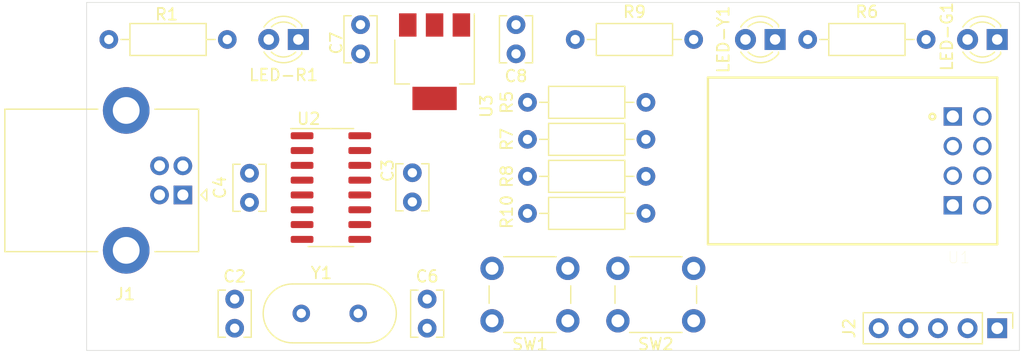
<source format=kicad_pcb>
(kicad_pcb (version 20171130) (host pcbnew "(5.1.9)-1")

  (general
    (thickness 1.6)
    (drawings 4)
    (tracks 0)
    (zones 0)
    (modules 24)
    (nets 25)
  )

  (page A4)
  (layers
    (0 F.Cu signal)
    (31 B.Cu signal)
    (32 B.Adhes user)
    (33 F.Adhes user)
    (34 B.Paste user)
    (35 F.Paste user)
    (36 B.SilkS user)
    (37 F.SilkS user)
    (38 B.Mask user)
    (39 F.Mask user)
    (40 Dwgs.User user)
    (41 Cmts.User user)
    (42 Eco1.User user)
    (43 Eco2.User user)
    (44 Edge.Cuts user)
    (45 Margin user)
    (46 B.CrtYd user)
    (47 F.CrtYd user)
    (48 B.Fab user hide)
    (49 F.Fab user)
  )

  (setup
    (last_trace_width 0.25)
    (user_trace_width 0.5)
    (user_trace_width 0.7)
    (trace_clearance 0.2)
    (zone_clearance 0.508)
    (zone_45_only no)
    (trace_min 0.2)
    (via_size 0.8)
    (via_drill 0.4)
    (via_min_size 0.4)
    (via_min_drill 0.3)
    (user_via 1.5 0.5)
    (uvia_size 0.3)
    (uvia_drill 0.1)
    (uvias_allowed no)
    (uvia_min_size 0.2)
    (uvia_min_drill 0.1)
    (edge_width 0.05)
    (segment_width 0.2)
    (pcb_text_width 0.3)
    (pcb_text_size 1.5 1.5)
    (mod_edge_width 0.12)
    (mod_text_size 1 1)
    (mod_text_width 0.15)
    (pad_size 1.524 1.524)
    (pad_drill 0.762)
    (pad_to_mask_clearance 0)
    (aux_axis_origin 0 0)
    (visible_elements 7FFFFFFF)
    (pcbplotparams
      (layerselection 0x010fc_ffffffff)
      (usegerberextensions false)
      (usegerberattributes true)
      (usegerberadvancedattributes true)
      (creategerberjobfile true)
      (excludeedgelayer true)
      (linewidth 0.100000)
      (plotframeref false)
      (viasonmask false)
      (mode 1)
      (useauxorigin false)
      (hpglpennumber 1)
      (hpglpenspeed 20)
      (hpglpendiameter 15.000000)
      (psnegative false)
      (psa4output false)
      (plotreference true)
      (plotvalue true)
      (plotinvisibletext false)
      (padsonsilk false)
      (subtractmaskfromsilk false)
      (outputformat 1)
      (mirror false)
      (drillshape 1)
      (scaleselection 1)
      (outputdirectory ""))
  )

  (net 0 "")
  (net 1 GND)
  (net 2 "Net-(C2-Pad1)")
  (net 3 +5V)
  (net 4 "Net-(C4-Pad1)")
  (net 5 "Net-(C6-Pad1)")
  (net 6 3.3v)
  (net 7 ESP_TXD)
  (net 8 ESP_RXD)
  (net 9 "Net-(LED-G1-Pad2)")
  (net 10 "Net-(LED-R1-Pad2)")
  (net 11 "Net-(LED-Y1-Pad2)")
  (net 12 "Net-(U2-Pad9)")
  (net 13 "Net-(U2-Pad10)")
  (net 14 "Net-(U2-Pad11)")
  (net 15 "Net-(U2-Pad12)")
  (net 16 "Net-(U2-Pad13)")
  (net 17 "Net-(U2-Pad14)")
  (net 18 "Net-(U2-Pad15)")
  (net 19 /D+)
  (net 20 /D-)
  (net 21 /RST)
  (net 22 /IO0)
  (net 23 /IO2)
  (net 24 /CH_PD)

  (net_class Default "This is the default net class."
    (clearance 0.2)
    (trace_width 0.25)
    (via_dia 0.8)
    (via_drill 0.4)
    (uvia_dia 0.3)
    (uvia_drill 0.1)
    (add_net +5V)
    (add_net /CH_PD)
    (add_net /IO0)
    (add_net /IO2)
    (add_net /RST)
    (add_net 3.3v)
    (add_net ESP_RXD)
    (add_net ESP_TXD)
    (add_net GND)
    (add_net "Net-(C2-Pad1)")
    (add_net "Net-(C4-Pad1)")
    (add_net "Net-(C6-Pad1)")
    (add_net "Net-(LED-G1-Pad2)")
    (add_net "Net-(LED-R1-Pad2)")
    (add_net "Net-(LED-Y1-Pad2)")
    (add_net "Net-(U2-Pad10)")
    (add_net "Net-(U2-Pad11)")
    (add_net "Net-(U2-Pad12)")
    (add_net "Net-(U2-Pad13)")
    (add_net "Net-(U2-Pad14)")
    (add_net "Net-(U2-Pad15)")
    (add_net "Net-(U2-Pad9)")
  )

  (net_class DIFF_PAIR ""
    (clearance 0.2)
    (trace_width 0.5)
    (via_dia 1.5)
    (via_drill 0.5)
    (uvia_dia 0.3)
    (uvia_drill 0.1)
    (add_net /D+)
    (add_net /D-)
  )

  (module Capacitor_THT:C_Disc_D3.8mm_W2.6mm_P2.50mm (layer F.Cu) (tedit 5AE50EF0) (tstamp 60280F93)
    (at 87.63 109.18 90)
    (descr "C, Disc series, Radial, pin pitch=2.50mm, , diameter*width=3.8*2.6mm^2, Capacitor, http://www.vishay.com/docs/45233/krseries.pdf")
    (tags "C Disc series Radial pin pitch 2.50mm  diameter 3.8mm width 2.6mm Capacitor")
    (path /6033FEA4)
    (fp_text reference C7 (at 0.93 -2.08 270) (layer F.SilkS)
      (effects (font (size 1 1) (thickness 0.15)))
    )
    (fp_text value 106 (at 1.25 2.55 90) (layer F.Fab)
      (effects (font (size 1 1) (thickness 0.15)))
    )
    (fp_line (start 3.55 -1.55) (end -1.05 -1.55) (layer F.CrtYd) (width 0.05))
    (fp_line (start 3.55 1.55) (end 3.55 -1.55) (layer F.CrtYd) (width 0.05))
    (fp_line (start -1.05 1.55) (end 3.55 1.55) (layer F.CrtYd) (width 0.05))
    (fp_line (start -1.05 -1.55) (end -1.05 1.55) (layer F.CrtYd) (width 0.05))
    (fp_line (start 3.27 0.795) (end 3.27 1.42) (layer F.SilkS) (width 0.12))
    (fp_line (start 3.27 -1.42) (end 3.27 -0.795) (layer F.SilkS) (width 0.12))
    (fp_line (start -0.77 0.795) (end -0.77 1.42) (layer F.SilkS) (width 0.12))
    (fp_line (start -0.77 -1.42) (end -0.77 -0.795) (layer F.SilkS) (width 0.12))
    (fp_line (start -0.77 1.42) (end 3.27 1.42) (layer F.SilkS) (width 0.12))
    (fp_line (start -0.77 -1.42) (end 3.27 -1.42) (layer F.SilkS) (width 0.12))
    (fp_line (start 3.15 -1.3) (end -0.65 -1.3) (layer F.Fab) (width 0.1))
    (fp_line (start 3.15 1.3) (end 3.15 -1.3) (layer F.Fab) (width 0.1))
    (fp_line (start -0.65 1.3) (end 3.15 1.3) (layer F.Fab) (width 0.1))
    (fp_line (start -0.65 -1.3) (end -0.65 1.3) (layer F.Fab) (width 0.1))
    (fp_text user %R (at 1.25 0 90) (layer F.Fab)
      (effects (font (size 0.76 0.76) (thickness 0.114)))
    )
    (pad 2 thru_hole circle (at 2.5 0 90) (size 1.6 1.6) (drill 0.8) (layers *.Cu *.Mask)
      (net 1 GND))
    (pad 1 thru_hole circle (at 0 0 90) (size 1.6 1.6) (drill 0.8) (layers *.Cu *.Mask)
      (net 3 +5V))
    (model ${KISYS3DMOD}/Capacitor_THT.3dshapes/C_Disc_D3.8mm_W2.6mm_P2.50mm.wrl
      (at (xyz 0 0 0))
      (scale (xyz 1 1 1))
      (rotate (xyz 0 0 0))
    )
  )

  (module Capacitor_THT:C_Disc_D3.8mm_W2.6mm_P2.50mm (layer F.Cu) (tedit 5AE50EF0) (tstamp 602852DF)
    (at 100.965 109.18 90)
    (descr "C, Disc series, Radial, pin pitch=2.50mm, , diameter*width=3.8*2.6mm^2, Capacitor, http://www.vishay.com/docs/45233/krseries.pdf")
    (tags "C Disc series Radial pin pitch 2.50mm  diameter 3.8mm width 2.6mm Capacitor")
    (path /6034031D)
    (fp_text reference C8 (at -1.905 0 180) (layer F.SilkS)
      (effects (font (size 1 1) (thickness 0.15)))
    )
    (fp_text value 104 (at 1.25 2.55 90) (layer F.Fab)
      (effects (font (size 1 1) (thickness 0.15)))
    )
    (fp_line (start 3.55 -1.55) (end -1.05 -1.55) (layer F.CrtYd) (width 0.05))
    (fp_line (start 3.55 1.55) (end 3.55 -1.55) (layer F.CrtYd) (width 0.05))
    (fp_line (start -1.05 1.55) (end 3.55 1.55) (layer F.CrtYd) (width 0.05))
    (fp_line (start -1.05 -1.55) (end -1.05 1.55) (layer F.CrtYd) (width 0.05))
    (fp_line (start 3.27 0.795) (end 3.27 1.42) (layer F.SilkS) (width 0.12))
    (fp_line (start 3.27 -1.42) (end 3.27 -0.795) (layer F.SilkS) (width 0.12))
    (fp_line (start -0.77 0.795) (end -0.77 1.42) (layer F.SilkS) (width 0.12))
    (fp_line (start -0.77 -1.42) (end -0.77 -0.795) (layer F.SilkS) (width 0.12))
    (fp_line (start -0.77 1.42) (end 3.27 1.42) (layer F.SilkS) (width 0.12))
    (fp_line (start -0.77 -1.42) (end 3.27 -1.42) (layer F.SilkS) (width 0.12))
    (fp_line (start 3.15 -1.3) (end -0.65 -1.3) (layer F.Fab) (width 0.1))
    (fp_line (start 3.15 1.3) (end 3.15 -1.3) (layer F.Fab) (width 0.1))
    (fp_line (start -0.65 1.3) (end 3.15 1.3) (layer F.Fab) (width 0.1))
    (fp_line (start -0.65 -1.3) (end -0.65 1.3) (layer F.Fab) (width 0.1))
    (fp_text user %R (at 1.25 0 90) (layer F.Fab)
      (effects (font (size 0.76 0.76) (thickness 0.114)))
    )
    (pad 2 thru_hole circle (at 2.5 0 90) (size 1.6 1.6) (drill 0.8) (layers *.Cu *.Mask)
      (net 1 GND))
    (pad 1 thru_hole circle (at 0 0 90) (size 1.6 1.6) (drill 0.8) (layers *.Cu *.Mask)
      (net 6 3.3v))
    (model ${KISYS3DMOD}/Capacitor_THT.3dshapes/C_Disc_D3.8mm_W2.6mm_P2.50mm.wrl
      (at (xyz 0 0 0))
      (scale (xyz 1 1 1))
      (rotate (xyz 0 0 0))
    )
  )

  (module LED_THT:LED_D3.0mm_Clear (layer F.Cu) (tedit 5A6C9BC0) (tstamp 60280FF8)
    (at 142.24 107.95 180)
    (descr "IR-LED, diameter 3.0mm, 2 pins, color: clear")
    (tags "IR infrared LED diameter 3.0mm 2 pins clear")
    (path /60339A93)
    (fp_text reference LED-G1 (at 4.318 0.254 90) (layer F.SilkS)
      (effects (font (size 1 1) (thickness 0.15)))
    )
    (fp_text value LED (at 2.54 2.54) (layer F.Fab)
      (effects (font (size 1 1) (thickness 0.15)))
    )
    (fp_circle (center 1.27 0) (end 2.77 0) (layer F.Fab) (width 0.1))
    (fp_line (start 3.7 -2.25) (end -1.15 -2.25) (layer F.CrtYd) (width 0.05))
    (fp_line (start 3.7 2.25) (end 3.7 -2.25) (layer F.CrtYd) (width 0.05))
    (fp_line (start -1.15 2.25) (end 3.7 2.25) (layer F.CrtYd) (width 0.05))
    (fp_line (start -1.15 -2.25) (end -1.15 2.25) (layer F.CrtYd) (width 0.05))
    (fp_line (start -0.29 1.08) (end -0.29 1.236) (layer F.SilkS) (width 0.12))
    (fp_line (start -0.29 -1.236) (end -0.29 -1.08) (layer F.SilkS) (width 0.12))
    (fp_line (start -0.23 -1.16619) (end -0.23 1.16619) (layer F.Fab) (width 0.1))
    (fp_arc (start 1.27 0) (end 0.229039 1.08) (angle -87.9) (layer F.SilkS) (width 0.12))
    (fp_arc (start 1.27 0) (end 0.229039 -1.08) (angle 87.9) (layer F.SilkS) (width 0.12))
    (fp_arc (start 1.27 0) (end -0.29 1.235516) (angle -108.8) (layer F.SilkS) (width 0.12))
    (fp_arc (start 1.27 0) (end -0.29 -1.235516) (angle 108.8) (layer F.SilkS) (width 0.12))
    (fp_arc (start 1.27 0) (end -0.23 -1.16619) (angle 284.3) (layer F.Fab) (width 0.1))
    (fp_text user %R (at 1.47 0) (layer F.Fab)
      (effects (font (size 0.8 0.8) (thickness 0.12)))
    )
    (pad 2 thru_hole circle (at 2.54 0 180) (size 1.8 1.8) (drill 0.9) (layers *.Cu *.Mask)
      (net 9 "Net-(LED-G1-Pad2)"))
    (pad 1 thru_hole rect (at 0 0 180) (size 1.8 1.8) (drill 0.9) (layers *.Cu *.Mask)
      (net 1 GND))
    (model ${KISYS3DMOD}/LED_THT.3dshapes/LED_D3.0mm_Clear.wrl
      (at (xyz 0 0 0))
      (scale (xyz 1 1 1))
      (rotate (xyz 0 0 0))
    )
  )

  (module XCVR_ESP8266-01:ESP-01 (layer F.Cu) (tedit 60366BFB) (tstamp 6036D218)
    (at 138.43 118.364 180)
    (path /6036A661)
    (fp_text reference U1 (at -0.525235 -8.288835) (layer F.SilkS)
      (effects (font (size 1.000465 1.000465) (thickness 0.015)))
    )
    (fp_text value ESP8266-01_ESP-01 (at 10.03261 8.37556) (layer F.Fab)
      (effects (font (size 1.00126 1.00126) (thickness 0.015)))
    )
    (fp_circle (center 1.75 3.8) (end 2 3.8) (layer F.SilkS) (width 0.2))
    (fp_line (start -4.05 7.4) (end -4.05 -7.4) (layer F.CrtYd) (width 0.05))
    (fp_line (start 21.25 7.4) (end -4.05 7.4) (layer F.CrtYd) (width 0.05))
    (fp_line (start 21.25 -7.4) (end 21.25 7.4) (layer F.CrtYd) (width 0.05))
    (fp_line (start -4.05 -7.4) (end 21.25 -7.4) (layer F.CrtYd) (width 0.05))
    (fp_line (start -3.81 7.15) (end -3.81 -7.15) (layer F.SilkS) (width 0.2))
    (fp_line (start 21 7.15) (end -3.81 7.15) (layer F.SilkS) (width 0.2))
    (fp_line (start 21 -7.15) (end 21 7.15) (layer F.SilkS) (width 0.2))
    (fp_line (start -3.81 -7.15) (end 21 -7.15) (layer F.SilkS) (width 0.2))
    (pad 8 thru_hole circle (at -2.54 3.81 180) (size 1.575 1.575) (drill 1.05) (layers *.Cu *.Mask)
      (net 6 3.3v))
    (pad 7 thru_hole circle (at -2.54 1.27 180) (size 1.575 1.575) (drill 1.05) (layers *.Cu *.Mask)
      (net 21 /RST))
    (pad 6 thru_hole circle (at -2.54 -1.27 180) (size 1.575 1.575) (drill 1.05) (layers *.Cu *.Mask)
      (net 24 /CH_PD))
    (pad 5 thru_hole circle (at -2.54 -3.81 180) (size 1.575 1.575) (drill 1.05) (layers *.Cu *.Mask)
      (net 7 ESP_TXD))
    (pad 4 thru_hole rect (at 0 -3.81 180) (size 1.575 1.575) (drill 1.05) (layers *.Cu *.Mask)
      (net 1 GND))
    (pad 3 thru_hole circle (at 0 -1.27 180) (size 1.575 1.575) (drill 1.05) (layers *.Cu *.Mask)
      (net 23 /IO2))
    (pad 2 thru_hole circle (at 0 1.27 180) (size 1.575 1.575) (drill 1.05) (layers *.Cu *.Mask)
      (net 22 /IO0))
    (pad 1 thru_hole rect (at 0 3.81 180) (size 1.575 1.575) (drill 1.05) (layers *.Cu *.Mask)
      (net 8 ESP_RXD))
    (model ${KIPRJMOD}/libraries/ESP8266-01/ESP8266-01.STEP
      (offset (xyz -4 7 3))
      (scale (xyz 1 1 1))
      (rotate (xyz -90 0 90))
    )
  )

  (module Capacitor_THT:C_Disc_D3.8mm_W2.6mm_P2.50mm (layer F.Cu) (tedit 5AE50EF0) (tstamp 60280EBB)
    (at 76.835 132.715 90)
    (descr "C, Disc series, Radial, pin pitch=2.50mm, , diameter*width=3.8*2.6mm^2, Capacitor, http://www.vishay.com/docs/45233/krseries.pdf")
    (tags "C Disc series Radial pin pitch 2.50mm  diameter 3.8mm width 2.6mm Capacitor")
    (path /60266E3F)
    (fp_text reference C2 (at 4.445 0 180) (layer F.SilkS)
      (effects (font (size 1 1) (thickness 0.15)))
    )
    (fp_text value 22pf (at 0 -3.81) (layer F.Fab)
      (effects (font (size 1 1) (thickness 0.15)))
    )
    (fp_line (start 3.55 -1.55) (end -1.05 -1.55) (layer F.CrtYd) (width 0.05))
    (fp_line (start 3.55 1.55) (end 3.55 -1.55) (layer F.CrtYd) (width 0.05))
    (fp_line (start -1.05 1.55) (end 3.55 1.55) (layer F.CrtYd) (width 0.05))
    (fp_line (start -1.05 -1.55) (end -1.05 1.55) (layer F.CrtYd) (width 0.05))
    (fp_line (start 3.27 0.795) (end 3.27 1.42) (layer F.SilkS) (width 0.12))
    (fp_line (start 3.27 -1.42) (end 3.27 -0.795) (layer F.SilkS) (width 0.12))
    (fp_line (start -0.77 0.795) (end -0.77 1.42) (layer F.SilkS) (width 0.12))
    (fp_line (start -0.77 -1.42) (end -0.77 -0.795) (layer F.SilkS) (width 0.12))
    (fp_line (start -0.77 1.42) (end 3.27 1.42) (layer F.SilkS) (width 0.12))
    (fp_line (start -0.77 -1.42) (end 3.27 -1.42) (layer F.SilkS) (width 0.12))
    (fp_line (start 3.15 -1.3) (end -0.65 -1.3) (layer F.Fab) (width 0.1))
    (fp_line (start 3.15 1.3) (end 3.15 -1.3) (layer F.Fab) (width 0.1))
    (fp_line (start -0.65 1.3) (end 3.15 1.3) (layer F.Fab) (width 0.1))
    (fp_line (start -0.65 -1.3) (end -0.65 1.3) (layer F.Fab) (width 0.1))
    (fp_text user %R (at 1.25 0 90) (layer F.Fab)
      (effects (font (size 0.76 0.76) (thickness 0.114)))
    )
    (pad 2 thru_hole circle (at 2.5 0 90) (size 1.6 1.6) (drill 0.8) (layers *.Cu *.Mask)
      (net 1 GND))
    (pad 1 thru_hole circle (at 0 0 90) (size 1.6 1.6) (drill 0.8) (layers *.Cu *.Mask)
      (net 2 "Net-(C2-Pad1)"))
    (model ${KISYS3DMOD}/Capacitor_THT.3dshapes/C_Disc_D3.8mm_W2.6mm_P2.50mm.wrl
      (at (xyz 0 0 0))
      (scale (xyz 1 1 1))
      (rotate (xyz 0 0 0))
    )
  )

  (module Capacitor_THT:C_Disc_D3.8mm_W2.6mm_P2.50mm (layer F.Cu) (tedit 5AE50EF0) (tstamp 60285E5F)
    (at 92.075 119.38 270)
    (descr "C, Disc series, Radial, pin pitch=2.50mm, , diameter*width=3.8*2.6mm^2, Capacitor, http://www.vishay.com/docs/45233/krseries.pdf")
    (tags "C Disc series Radial pin pitch 2.50mm  diameter 3.8mm width 2.6mm Capacitor")
    (path /602752C3)
    (fp_text reference C3 (at -0.18 2.125 270) (layer F.SilkS)
      (effects (font (size 1 1) (thickness 0.15)))
    )
    (fp_text value 105 (at 4.17 -0.025 180) (layer F.Fab)
      (effects (font (size 1 1) (thickness 0.15)))
    )
    (fp_line (start 3.55 -1.55) (end -1.05 -1.55) (layer F.CrtYd) (width 0.05))
    (fp_line (start 3.55 1.55) (end 3.55 -1.55) (layer F.CrtYd) (width 0.05))
    (fp_line (start -1.05 1.55) (end 3.55 1.55) (layer F.CrtYd) (width 0.05))
    (fp_line (start -1.05 -1.55) (end -1.05 1.55) (layer F.CrtYd) (width 0.05))
    (fp_line (start 3.27 0.795) (end 3.27 1.42) (layer F.SilkS) (width 0.12))
    (fp_line (start 3.27 -1.42) (end 3.27 -0.795) (layer F.SilkS) (width 0.12))
    (fp_line (start -0.77 0.795) (end -0.77 1.42) (layer F.SilkS) (width 0.12))
    (fp_line (start -0.77 -1.42) (end -0.77 -0.795) (layer F.SilkS) (width 0.12))
    (fp_line (start -0.77 1.42) (end 3.27 1.42) (layer F.SilkS) (width 0.12))
    (fp_line (start -0.77 -1.42) (end 3.27 -1.42) (layer F.SilkS) (width 0.12))
    (fp_line (start 3.15 -1.3) (end -0.65 -1.3) (layer F.Fab) (width 0.1))
    (fp_line (start 3.15 1.3) (end 3.15 -1.3) (layer F.Fab) (width 0.1))
    (fp_line (start -0.65 1.3) (end 3.15 1.3) (layer F.Fab) (width 0.1))
    (fp_line (start -0.65 -1.3) (end -0.65 1.3) (layer F.Fab) (width 0.1))
    (fp_text user %R (at 1.25 -1.905 90) (layer F.Fab)
      (effects (font (size 0.76 0.76) (thickness 0.114)))
    )
    (pad 2 thru_hole circle (at 2.5 0 270) (size 1.6 1.6) (drill 0.8) (layers *.Cu *.Mask)
      (net 1 GND))
    (pad 1 thru_hole circle (at 0 0 270) (size 1.6 1.6) (drill 0.8) (layers *.Cu *.Mask)
      (net 3 +5V))
    (model ${KISYS3DMOD}/Capacitor_THT.3dshapes/C_Disc_D3.8mm_W2.6mm_P2.50mm.wrl
      (at (xyz 0 0 0))
      (scale (xyz 1 1 1))
      (rotate (xyz 0 0 0))
    )
  )

  (module Capacitor_THT:C_Disc_D3.8mm_W2.6mm_P2.50mm (layer F.Cu) (tedit 5AE50EF0) (tstamp 602850E3)
    (at 78.105 121.92 90)
    (descr "C, Disc series, Radial, pin pitch=2.50mm, , diameter*width=3.8*2.6mm^2, Capacitor, http://www.vishay.com/docs/45233/krseries.pdf")
    (tags "C Disc series Radial pin pitch 2.50mm  diameter 3.8mm width 2.6mm Capacitor")
    (path /60271AD2)
    (fp_text reference C4 (at 1.27 -2.54 90) (layer F.SilkS)
      (effects (font (size 1 1) (thickness 0.15)))
    )
    (fp_text value 104 (at 4.405 0 180) (layer F.Fab)
      (effects (font (size 1 1) (thickness 0.15)))
    )
    (fp_line (start 3.55 -1.55) (end -1.05 -1.55) (layer F.CrtYd) (width 0.05))
    (fp_line (start 3.55 1.55) (end 3.55 -1.55) (layer F.CrtYd) (width 0.05))
    (fp_line (start -1.05 1.55) (end 3.55 1.55) (layer F.CrtYd) (width 0.05))
    (fp_line (start -1.05 -1.55) (end -1.05 1.55) (layer F.CrtYd) (width 0.05))
    (fp_line (start 3.27 0.795) (end 3.27 1.42) (layer F.SilkS) (width 0.12))
    (fp_line (start 3.27 -1.42) (end 3.27 -0.795) (layer F.SilkS) (width 0.12))
    (fp_line (start -0.77 0.795) (end -0.77 1.42) (layer F.SilkS) (width 0.12))
    (fp_line (start -0.77 -1.42) (end -0.77 -0.795) (layer F.SilkS) (width 0.12))
    (fp_line (start -0.77 1.42) (end 3.27 1.42) (layer F.SilkS) (width 0.12))
    (fp_line (start -0.77 -1.42) (end 3.27 -1.42) (layer F.SilkS) (width 0.12))
    (fp_line (start 3.15 -1.3) (end -0.65 -1.3) (layer F.Fab) (width 0.1))
    (fp_line (start 3.15 1.3) (end 3.15 -1.3) (layer F.Fab) (width 0.1))
    (fp_line (start -0.65 1.3) (end 3.15 1.3) (layer F.Fab) (width 0.1))
    (fp_line (start -0.65 -1.3) (end -0.65 1.3) (layer F.Fab) (width 0.1))
    (fp_text user %R (at -1.905 0 180) (layer F.Fab)
      (effects (font (size 0.76 0.76) (thickness 0.114)))
    )
    (pad 2 thru_hole circle (at 2.5 0 90) (size 1.6 1.6) (drill 0.8) (layers *.Cu *.Mask)
      (net 1 GND))
    (pad 1 thru_hole circle (at 0 0 90) (size 1.6 1.6) (drill 0.8) (layers *.Cu *.Mask)
      (net 4 "Net-(C4-Pad1)"))
    (model ${KISYS3DMOD}/Capacitor_THT.3dshapes/C_Disc_D3.8mm_W2.6mm_P2.50mm.wrl
      (at (xyz 0 0 0))
      (scale (xyz 1 1 1))
      (rotate (xyz 0 0 0))
    )
  )

  (module Capacitor_THT:C_Disc_D3.8mm_W2.6mm_P2.50mm (layer F.Cu) (tedit 5AE50EF0) (tstamp 60280F7E)
    (at 93.345 132.715 90)
    (descr "C, Disc series, Radial, pin pitch=2.50mm, , diameter*width=3.8*2.6mm^2, Capacitor, http://www.vishay.com/docs/45233/krseries.pdf")
    (tags "C Disc series Radial pin pitch 2.50mm  diameter 3.8mm width 2.6mm Capacitor")
    (path /602701DC)
    (fp_text reference C6 (at 4.445 0 180) (layer F.SilkS)
      (effects (font (size 1 1) (thickness 0.15)))
    )
    (fp_text value 22pf (at 1.25 2.55 90) (layer F.Fab)
      (effects (font (size 1 1) (thickness 0.15)))
    )
    (fp_line (start 3.55 -1.55) (end -1.05 -1.55) (layer F.CrtYd) (width 0.05))
    (fp_line (start 3.55 1.55) (end 3.55 -1.55) (layer F.CrtYd) (width 0.05))
    (fp_line (start -1.05 1.55) (end 3.55 1.55) (layer F.CrtYd) (width 0.05))
    (fp_line (start -1.05 -1.55) (end -1.05 1.55) (layer F.CrtYd) (width 0.05))
    (fp_line (start 3.27 0.795) (end 3.27 1.42) (layer F.SilkS) (width 0.12))
    (fp_line (start 3.27 -1.42) (end 3.27 -0.795) (layer F.SilkS) (width 0.12))
    (fp_line (start -0.77 0.795) (end -0.77 1.42) (layer F.SilkS) (width 0.12))
    (fp_line (start -0.77 -1.42) (end -0.77 -0.795) (layer F.SilkS) (width 0.12))
    (fp_line (start -0.77 1.42) (end 3.27 1.42) (layer F.SilkS) (width 0.12))
    (fp_line (start -0.77 -1.42) (end 3.27 -1.42) (layer F.SilkS) (width 0.12))
    (fp_line (start 3.15 -1.3) (end -0.65 -1.3) (layer F.Fab) (width 0.1))
    (fp_line (start 3.15 1.3) (end 3.15 -1.3) (layer F.Fab) (width 0.1))
    (fp_line (start -0.65 1.3) (end 3.15 1.3) (layer F.Fab) (width 0.1))
    (fp_line (start -0.65 -1.3) (end -0.65 1.3) (layer F.Fab) (width 0.1))
    (fp_text user %R (at 1.25 0 90) (layer F.Fab)
      (effects (font (size 0.76 0.76) (thickness 0.114)))
    )
    (pad 2 thru_hole circle (at 2.5 0 90) (size 1.6 1.6) (drill 0.8) (layers *.Cu *.Mask)
      (net 1 GND))
    (pad 1 thru_hole circle (at 0 0 90) (size 1.6 1.6) (drill 0.8) (layers *.Cu *.Mask)
      (net 5 "Net-(C6-Pad1)"))
    (model ${KISYS3DMOD}/Capacitor_THT.3dshapes/C_Disc_D3.8mm_W2.6mm_P2.50mm.wrl
      (at (xyz 0 0 0))
      (scale (xyz 1 1 1))
      (rotate (xyz 0 0 0))
    )
  )

  (module Button_Switch_THT:SW_PUSH_6mm_H4.3mm (layer F.Cu) (tedit 5A02FE31) (tstamp 6028249D)
    (at 105.41 132.08 180)
    (descr "tactile push button, 6x6mm e.g. PHAP33xx series, height=4.3mm")
    (tags "tact sw push 6mm")
    (path /6026DFE6)
    (fp_text reference SW1 (at 3.25 -2) (layer F.SilkS)
      (effects (font (size 1 1) (thickness 0.15)))
    )
    (fp_text value FLASH (at 3.75 6.7) (layer F.Fab)
      (effects (font (size 1 1) (thickness 0.15)))
    )
    (fp_circle (center 3.25 2.25) (end 1.25 2.5) (layer F.Fab) (width 0.1))
    (fp_line (start 6.75 3) (end 6.75 1.5) (layer F.SilkS) (width 0.12))
    (fp_line (start 5.5 -1) (end 1 -1) (layer F.SilkS) (width 0.12))
    (fp_line (start -0.25 1.5) (end -0.25 3) (layer F.SilkS) (width 0.12))
    (fp_line (start 1 5.5) (end 5.5 5.5) (layer F.SilkS) (width 0.12))
    (fp_line (start 8 -1.25) (end 8 5.75) (layer F.CrtYd) (width 0.05))
    (fp_line (start 7.75 6) (end -1.25 6) (layer F.CrtYd) (width 0.05))
    (fp_line (start -1.5 5.75) (end -1.5 -1.25) (layer F.CrtYd) (width 0.05))
    (fp_line (start -1.25 -1.5) (end 7.75 -1.5) (layer F.CrtYd) (width 0.05))
    (fp_line (start -1.5 6) (end -1.25 6) (layer F.CrtYd) (width 0.05))
    (fp_line (start -1.5 5.75) (end -1.5 6) (layer F.CrtYd) (width 0.05))
    (fp_line (start -1.5 -1.5) (end -1.25 -1.5) (layer F.CrtYd) (width 0.05))
    (fp_line (start -1.5 -1.25) (end -1.5 -1.5) (layer F.CrtYd) (width 0.05))
    (fp_line (start 8 -1.5) (end 8 -1.25) (layer F.CrtYd) (width 0.05))
    (fp_line (start 7.75 -1.5) (end 8 -1.5) (layer F.CrtYd) (width 0.05))
    (fp_line (start 8 6) (end 8 5.75) (layer F.CrtYd) (width 0.05))
    (fp_line (start 7.75 6) (end 8 6) (layer F.CrtYd) (width 0.05))
    (fp_line (start 0.25 -0.75) (end 3.25 -0.75) (layer F.Fab) (width 0.1))
    (fp_line (start 0.25 5.25) (end 0.25 -0.75) (layer F.Fab) (width 0.1))
    (fp_line (start 6.25 5.25) (end 0.25 5.25) (layer F.Fab) (width 0.1))
    (fp_line (start 6.25 -0.75) (end 6.25 5.25) (layer F.Fab) (width 0.1))
    (fp_line (start 3.25 -0.75) (end 6.25 -0.75) (layer F.Fab) (width 0.1))
    (fp_text user %R (at 3.25 2.25) (layer F.Fab)
      (effects (font (size 1 1) (thickness 0.15)))
    )
    (pad 1 thru_hole circle (at 6.5 0 270) (size 2 2) (drill 1.1) (layers *.Cu *.Mask)
      (net 1 GND))
    (pad 2 thru_hole circle (at 6.5 4.5 270) (size 2 2) (drill 1.1) (layers *.Cu *.Mask)
      (net 22 /IO0))
    (pad 1 thru_hole circle (at 0 0 270) (size 2 2) (drill 1.1) (layers *.Cu *.Mask)
      (net 1 GND))
    (pad 2 thru_hole circle (at 0 4.5 270) (size 2 2) (drill 1.1) (layers *.Cu *.Mask)
      (net 22 /IO0))
    (model ${KISYS3DMOD}/Button_Switch_THT.3dshapes/SW_PUSH_6mm_H4.3mm.wrl
      (at (xyz 0 0 0))
      (scale (xyz 1 1 1))
      (rotate (xyz 0 0 0))
    )
  )

  (module Resistor_THT:R_Axial_DIN0207_L6.3mm_D2.5mm_P10.16mm_Horizontal (layer F.Cu) (tedit 5AE5139B) (tstamp 60281093)
    (at 101.95 113.34)
    (descr "Resistor, Axial_DIN0207 series, Axial, Horizontal, pin pitch=10.16mm, 0.25W = 1/4W, length*diameter=6.3*2.5mm^2, http://cdn-reichelt.de/documents/datenblatt/B400/1_4W%23YAG.pdf")
    (tags "Resistor Axial_DIN0207 series Axial Horizontal pin pitch 10.16mm 0.25W = 1/4W length 6.3mm diameter 2.5mm")
    (path /602C6F40)
    (fp_text reference R5 (at -1.778 0 90) (layer F.SilkS)
      (effects (font (size 1 1) (thickness 0.15)))
    )
    (fp_text value 10K (at 3.429 0.127) (layer F.Fab)
      (effects (font (size 1 1) (thickness 0.15)))
    )
    (fp_line (start 11.21 -1.5) (end -1.05 -1.5) (layer F.CrtYd) (width 0.05))
    (fp_line (start 11.21 1.5) (end 11.21 -1.5) (layer F.CrtYd) (width 0.05))
    (fp_line (start -1.05 1.5) (end 11.21 1.5) (layer F.CrtYd) (width 0.05))
    (fp_line (start -1.05 -1.5) (end -1.05 1.5) (layer F.CrtYd) (width 0.05))
    (fp_line (start 9.12 0) (end 8.35 0) (layer F.SilkS) (width 0.12))
    (fp_line (start 1.04 0) (end 1.81 0) (layer F.SilkS) (width 0.12))
    (fp_line (start 8.35 -1.37) (end 1.81 -1.37) (layer F.SilkS) (width 0.12))
    (fp_line (start 8.35 1.37) (end 8.35 -1.37) (layer F.SilkS) (width 0.12))
    (fp_line (start 1.81 1.37) (end 8.35 1.37) (layer F.SilkS) (width 0.12))
    (fp_line (start 1.81 -1.37) (end 1.81 1.37) (layer F.SilkS) (width 0.12))
    (fp_line (start 10.16 0) (end 8.23 0) (layer F.Fab) (width 0.1))
    (fp_line (start 0 0) (end 1.93 0) (layer F.Fab) (width 0.1))
    (fp_line (start 8.23 -1.25) (end 1.93 -1.25) (layer F.Fab) (width 0.1))
    (fp_line (start 8.23 1.25) (end 8.23 -1.25) (layer F.Fab) (width 0.1))
    (fp_line (start 1.93 1.25) (end 8.23 1.25) (layer F.Fab) (width 0.1))
    (fp_line (start 1.93 -1.25) (end 1.93 1.25) (layer F.Fab) (width 0.1))
    (fp_text user %R (at 7.112 0) (layer F.Fab)
      (effects (font (size 1 1) (thickness 0.15)))
    )
    (pad 2 thru_hole oval (at 10.16 0) (size 1.6 1.6) (drill 0.8) (layers *.Cu *.Mask)
      (net 6 3.3v))
    (pad 1 thru_hole circle (at 0 0) (size 1.6 1.6) (drill 0.8) (layers *.Cu *.Mask)
      (net 22 /IO0))
    (model ${KISYS3DMOD}/Resistor_THT.3dshapes/R_Axial_DIN0207_L6.3mm_D2.5mm_P10.16mm_Horizontal.wrl
      (at (xyz 0 0 0))
      (scale (xyz 1 1 1))
      (rotate (xyz 0 0 0))
    )
  )

  (module Resistor_THT:R_Axial_DIN0207_L6.3mm_D2.5mm_P10.16mm_Horizontal (layer F.Cu) (tedit 5AE5139B) (tstamp 60285225)
    (at 112.11 122.865 180)
    (descr "Resistor, Axial_DIN0207 series, Axial, Horizontal, pin pitch=10.16mm, 0.25W = 1/4W, length*diameter=6.3*2.5mm^2, http://cdn-reichelt.de/documents/datenblatt/B400/1_4W%23YAG.pdf")
    (tags "Resistor Axial_DIN0207 series Axial Horizontal pin pitch 10.16mm 0.25W = 1/4W length 6.3mm diameter 2.5mm")
    (path /602BF900)
    (fp_text reference R10 (at 11.938 0.127 90) (layer F.SilkS)
      (effects (font (size 1 1) (thickness 0.15)))
    )
    (fp_text value 10K (at 6.35 3.556) (layer F.Fab)
      (effects (font (size 1 1) (thickness 0.15)))
    )
    (fp_line (start 11.21 -1.5) (end -1.05 -1.5) (layer F.CrtYd) (width 0.05))
    (fp_line (start 11.21 1.5) (end 11.21 -1.5) (layer F.CrtYd) (width 0.05))
    (fp_line (start -1.05 1.5) (end 11.21 1.5) (layer F.CrtYd) (width 0.05))
    (fp_line (start -1.05 -1.5) (end -1.05 1.5) (layer F.CrtYd) (width 0.05))
    (fp_line (start 9.12 0) (end 8.35 0) (layer F.SilkS) (width 0.12))
    (fp_line (start 1.04 0) (end 1.81 0) (layer F.SilkS) (width 0.12))
    (fp_line (start 8.35 -1.37) (end 1.81 -1.37) (layer F.SilkS) (width 0.12))
    (fp_line (start 8.35 1.37) (end 8.35 -1.37) (layer F.SilkS) (width 0.12))
    (fp_line (start 1.81 1.37) (end 8.35 1.37) (layer F.SilkS) (width 0.12))
    (fp_line (start 1.81 -1.37) (end 1.81 1.37) (layer F.SilkS) (width 0.12))
    (fp_line (start 10.16 0) (end 8.23 0) (layer F.Fab) (width 0.1))
    (fp_line (start 0 0) (end 1.93 0) (layer F.Fab) (width 0.1))
    (fp_line (start 8.23 -1.25) (end 1.93 -1.25) (layer F.Fab) (width 0.1))
    (fp_line (start 8.23 1.25) (end 8.23 -1.25) (layer F.Fab) (width 0.1))
    (fp_line (start 1.93 1.25) (end 8.23 1.25) (layer F.Fab) (width 0.1))
    (fp_line (start 1.93 -1.25) (end 1.93 1.25) (layer F.Fab) (width 0.1))
    (fp_text user %R (at 3.683 0.254) (layer F.Fab)
      (effects (font (size 1 1) (thickness 0.15)))
    )
    (pad 2 thru_hole oval (at 10.16 0 180) (size 1.6 1.6) (drill 0.8) (layers *.Cu *.Mask)
      (net 1 GND))
    (pad 1 thru_hole circle (at 0 0 180) (size 1.6 1.6) (drill 0.8) (layers *.Cu *.Mask)
      (net 7 ESP_TXD))
    (model ${KISYS3DMOD}/Resistor_THT.3dshapes/R_Axial_DIN0207_L6.3mm_D2.5mm_P10.16mm_Horizontal.wrl
      (at (xyz 0 0 0))
      (scale (xyz 1 1 1))
      (rotate (xyz 0 0 0))
    )
  )

  (module Resistor_THT:R_Axial_DIN0207_L6.3mm_D2.5mm_P10.16mm_Horizontal (layer F.Cu) (tedit 5AE5139B) (tstamp 60281037)
    (at 66.04 107.95)
    (descr "Resistor, Axial_DIN0207 series, Axial, Horizontal, pin pitch=10.16mm, 0.25W = 1/4W, length*diameter=6.3*2.5mm^2, http://cdn-reichelt.de/documents/datenblatt/B400/1_4W%23YAG.pdf")
    (tags "Resistor Axial_DIN0207 series Axial Horizontal pin pitch 10.16mm 0.25W = 1/4W length 6.3mm diameter 2.5mm")
    (path /60269D4F)
    (fp_text reference R1 (at 4.953 -2.159) (layer F.SilkS)
      (effects (font (size 1 1) (thickness 0.15)))
    )
    (fp_text value 330 (at 0.635 -1.905 180) (layer F.Fab)
      (effects (font (size 1 1) (thickness 0.15)))
    )
    (fp_line (start 11.21 -1.5) (end -1.05 -1.5) (layer F.CrtYd) (width 0.05))
    (fp_line (start 11.21 1.5) (end 11.21 -1.5) (layer F.CrtYd) (width 0.05))
    (fp_line (start -1.05 1.5) (end 11.21 1.5) (layer F.CrtYd) (width 0.05))
    (fp_line (start -1.05 -1.5) (end -1.05 1.5) (layer F.CrtYd) (width 0.05))
    (fp_line (start 9.12 0) (end 8.35 0) (layer F.SilkS) (width 0.12))
    (fp_line (start 1.04 0) (end 1.81 0) (layer F.SilkS) (width 0.12))
    (fp_line (start 8.35 -1.37) (end 1.81 -1.37) (layer F.SilkS) (width 0.12))
    (fp_line (start 8.35 1.37) (end 8.35 -1.37) (layer F.SilkS) (width 0.12))
    (fp_line (start 1.81 1.37) (end 8.35 1.37) (layer F.SilkS) (width 0.12))
    (fp_line (start 1.81 -1.37) (end 1.81 1.37) (layer F.SilkS) (width 0.12))
    (fp_line (start 10.16 0) (end 8.23 0) (layer F.Fab) (width 0.1))
    (fp_line (start 0 0) (end 1.93 0) (layer F.Fab) (width 0.1))
    (fp_line (start 8.23 -1.25) (end 1.93 -1.25) (layer F.Fab) (width 0.1))
    (fp_line (start 8.23 1.25) (end 8.23 -1.25) (layer F.Fab) (width 0.1))
    (fp_line (start 1.93 1.25) (end 8.23 1.25) (layer F.Fab) (width 0.1))
    (fp_line (start 1.93 -1.25) (end 1.93 1.25) (layer F.Fab) (width 0.1))
    (fp_text user %R (at 5.08 0) (layer F.Fab)
      (effects (font (size 1 1) (thickness 0.15)))
    )
    (pad 2 thru_hole oval (at 10.16 0) (size 1.6 1.6) (drill 0.8) (layers *.Cu *.Mask)
      (net 10 "Net-(LED-R1-Pad2)"))
    (pad 1 thru_hole circle (at 0 0) (size 1.6 1.6) (drill 0.8) (layers *.Cu *.Mask)
      (net 3 +5V))
    (model ${KISYS3DMOD}/Resistor_THT.3dshapes/R_Axial_DIN0207_L6.3mm_D2.5mm_P10.16mm_Horizontal.wrl
      (at (xyz 0 0 0))
      (scale (xyz 1 1 1))
      (rotate (xyz 0 0 0))
    )
  )

  (module Resistor_THT:R_Axial_DIN0207_L6.3mm_D2.5mm_P10.16mm_Horizontal (layer F.Cu) (tedit 5AE5139B) (tstamp 602810EF)
    (at 106.045 107.95)
    (descr "Resistor, Axial_DIN0207 series, Axial, Horizontal, pin pitch=10.16mm, 0.25W = 1/4W, length*diameter=6.3*2.5mm^2, http://cdn-reichelt.de/documents/datenblatt/B400/1_4W%23YAG.pdf")
    (tags "Resistor Axial_DIN0207 series Axial Horizontal pin pitch 10.16mm 0.25W = 1/4W length 6.3mm diameter 2.5mm")
    (path /60344A73)
    (fp_text reference R9 (at 5.08 -2.37) (layer F.SilkS)
      (effects (font (size 1 1) (thickness 0.15)))
    )
    (fp_text value 330 (at 5.08 2.37) (layer F.Fab)
      (effects (font (size 1 1) (thickness 0.15)))
    )
    (fp_line (start 11.21 -1.5) (end -1.05 -1.5) (layer F.CrtYd) (width 0.05))
    (fp_line (start 11.21 1.5) (end 11.21 -1.5) (layer F.CrtYd) (width 0.05))
    (fp_line (start -1.05 1.5) (end 11.21 1.5) (layer F.CrtYd) (width 0.05))
    (fp_line (start -1.05 -1.5) (end -1.05 1.5) (layer F.CrtYd) (width 0.05))
    (fp_line (start 9.12 0) (end 8.35 0) (layer F.SilkS) (width 0.12))
    (fp_line (start 1.04 0) (end 1.81 0) (layer F.SilkS) (width 0.12))
    (fp_line (start 8.35 -1.37) (end 1.81 -1.37) (layer F.SilkS) (width 0.12))
    (fp_line (start 8.35 1.37) (end 8.35 -1.37) (layer F.SilkS) (width 0.12))
    (fp_line (start 1.81 1.37) (end 8.35 1.37) (layer F.SilkS) (width 0.12))
    (fp_line (start 1.81 -1.37) (end 1.81 1.37) (layer F.SilkS) (width 0.12))
    (fp_line (start 10.16 0) (end 8.23 0) (layer F.Fab) (width 0.1))
    (fp_line (start 0 0) (end 1.93 0) (layer F.Fab) (width 0.1))
    (fp_line (start 8.23 -1.25) (end 1.93 -1.25) (layer F.Fab) (width 0.1))
    (fp_line (start 8.23 1.25) (end 8.23 -1.25) (layer F.Fab) (width 0.1))
    (fp_line (start 1.93 1.25) (end 8.23 1.25) (layer F.Fab) (width 0.1))
    (fp_line (start 1.93 -1.25) (end 1.93 1.25) (layer F.Fab) (width 0.1))
    (fp_text user %R (at 5.08 0) (layer F.Fab)
      (effects (font (size 1 1) (thickness 0.15)))
    )
    (pad 2 thru_hole oval (at 10.16 0) (size 1.6 1.6) (drill 0.8) (layers *.Cu *.Mask)
      (net 11 "Net-(LED-Y1-Pad2)"))
    (pad 1 thru_hole circle (at 0 0) (size 1.6 1.6) (drill 0.8) (layers *.Cu *.Mask)
      (net 6 3.3v))
    (model ${KISYS3DMOD}/Resistor_THT.3dshapes/R_Axial_DIN0207_L6.3mm_D2.5mm_P10.16mm_Horizontal.wrl
      (at (xyz 0 0 0))
      (scale (xyz 1 1 1))
      (rotate (xyz 0 0 0))
    )
  )

  (module Connector_PinHeader_2.54mm:PinHeader_1x05_P2.54mm_Vertical (layer F.Cu) (tedit 59FED5CC) (tstamp 602832BD)
    (at 142.24 132.715 270)
    (descr "Through hole straight pin header, 1x05, 2.54mm pitch, single row")
    (tags "Through hole pin header THT 1x05 2.54mm single row")
    (path /602E9575)
    (fp_text reference J2 (at 0 12.7 90) (layer F.SilkS)
      (effects (font (size 1 1) (thickness 0.15)))
    )
    (fp_text value Conn_01x05_Male (at -3.175 4.445 180) (layer F.Fab)
      (effects (font (size 1 1) (thickness 0.15)))
    )
    (fp_line (start 1.8 -1.8) (end -1.8 -1.8) (layer F.CrtYd) (width 0.05))
    (fp_line (start 1.8 11.95) (end 1.8 -1.8) (layer F.CrtYd) (width 0.05))
    (fp_line (start -1.8 11.95) (end 1.8 11.95) (layer F.CrtYd) (width 0.05))
    (fp_line (start -1.8 -1.8) (end -1.8 11.95) (layer F.CrtYd) (width 0.05))
    (fp_line (start -1.33 -1.33) (end 0 -1.33) (layer F.SilkS) (width 0.12))
    (fp_line (start -1.33 0) (end -1.33 -1.33) (layer F.SilkS) (width 0.12))
    (fp_line (start -1.33 1.27) (end 1.33 1.27) (layer F.SilkS) (width 0.12))
    (fp_line (start 1.33 1.27) (end 1.33 11.49) (layer F.SilkS) (width 0.12))
    (fp_line (start -1.33 1.27) (end -1.33 11.49) (layer F.SilkS) (width 0.12))
    (fp_line (start -1.33 11.49) (end 1.33 11.49) (layer F.SilkS) (width 0.12))
    (fp_line (start -1.27 -0.635) (end -0.635 -1.27) (layer F.Fab) (width 0.1))
    (fp_line (start -1.27 11.43) (end -1.27 -0.635) (layer F.Fab) (width 0.1))
    (fp_line (start 1.27 11.43) (end -1.27 11.43) (layer F.Fab) (width 0.1))
    (fp_line (start 1.27 -1.27) (end 1.27 11.43) (layer F.Fab) (width 0.1))
    (fp_line (start -0.635 -1.27) (end 1.27 -1.27) (layer F.Fab) (width 0.1))
    (fp_text user %R (at 0 5.08) (layer F.Fab)
      (effects (font (size 1 1) (thickness 0.15)))
    )
    (pad 5 thru_hole oval (at 0 10.16 270) (size 1.7 1.7) (drill 1) (layers *.Cu *.Mask)
      (net 7 ESP_TXD))
    (pad 4 thru_hole oval (at 0 7.62 270) (size 1.7 1.7) (drill 1) (layers *.Cu *.Mask)
      (net 8 ESP_RXD))
    (pad 3 thru_hole oval (at 0 5.08 270) (size 1.7 1.7) (drill 1) (layers *.Cu *.Mask)
      (net 6 3.3v))
    (pad 2 thru_hole oval (at 0 2.54 270) (size 1.7 1.7) (drill 1) (layers *.Cu *.Mask)
      (net 3 +5V))
    (pad 1 thru_hole rect (at 0 0 270) (size 1.7 1.7) (drill 1) (layers *.Cu *.Mask)
      (net 1 GND))
    (model ${KISYS3DMOD}/Connector_PinHeader_2.54mm.3dshapes/PinHeader_1x05_P2.54mm_Vertical.wrl
      (at (xyz 0 0 0))
      (scale (xyz 1 1 1))
      (rotate (xyz 0 0 0))
    )
  )

  (module Package_TO_SOT_SMD:SOT-223-3_TabPin2 (layer F.Cu) (tedit 5A02FF57) (tstamp 60285FBB)
    (at 93.98 109.855 270)
    (descr "module CMS SOT223 4 pins")
    (tags "CMS SOT")
    (path /6026F589)
    (attr smd)
    (fp_text reference U3 (at 3.81 -4.445 90) (layer F.SilkS)
      (effects (font (size 1 1) (thickness 0.15)))
    )
    (fp_text value AMS1117 (at -1.27 -4.445 270) (layer F.Fab)
      (effects (font (size 1 1) (thickness 0.15)))
    )
    (fp_line (start 1.85 -3.35) (end 1.85 3.35) (layer F.Fab) (width 0.1))
    (fp_line (start -1.85 3.35) (end 1.85 3.35) (layer F.Fab) (width 0.1))
    (fp_line (start -4.1 -3.41) (end 1.91 -3.41) (layer F.SilkS) (width 0.12))
    (fp_line (start -0.85 -3.35) (end 1.85 -3.35) (layer F.Fab) (width 0.1))
    (fp_line (start -1.85 3.41) (end 1.91 3.41) (layer F.SilkS) (width 0.12))
    (fp_line (start -1.85 -2.35) (end -1.85 3.35) (layer F.Fab) (width 0.1))
    (fp_line (start -1.85 -2.35) (end -0.85 -3.35) (layer F.Fab) (width 0.1))
    (fp_line (start -4.4 -3.6) (end -4.4 3.6) (layer F.CrtYd) (width 0.05))
    (fp_line (start -4.4 3.6) (end 4.4 3.6) (layer F.CrtYd) (width 0.05))
    (fp_line (start 4.4 3.6) (end 4.4 -3.6) (layer F.CrtYd) (width 0.05))
    (fp_line (start 4.4 -3.6) (end -4.4 -3.6) (layer F.CrtYd) (width 0.05))
    (fp_line (start 1.91 -3.41) (end 1.91 -2.15) (layer F.SilkS) (width 0.12))
    (fp_line (start 1.91 3.41) (end 1.91 2.15) (layer F.SilkS) (width 0.12))
    (fp_text user %R (at 0 0) (layer F.Fab)
      (effects (font (size 0.8 0.8) (thickness 0.12)))
    )
    (pad 1 smd rect (at -3.15 -2.3 270) (size 2 1.5) (layers F.Cu F.Paste F.Mask)
      (net 1 GND))
    (pad 3 smd rect (at -3.15 2.3 270) (size 2 1.5) (layers F.Cu F.Paste F.Mask)
      (net 3 +5V))
    (pad 2 smd rect (at -3.15 0 270) (size 2 1.5) (layers F.Cu F.Paste F.Mask)
      (net 6 3.3v))
    (pad 2 smd rect (at 3.15 0 270) (size 2 3.8) (layers F.Cu F.Paste F.Mask)
      (net 6 3.3v))
    (model ${KISYS3DMOD}/Package_TO_SOT_SMD.3dshapes/SOT-223.wrl
      (at (xyz 0 0 0))
      (scale (xyz 1 1 1))
      (rotate (xyz 0 0 0))
    )
  )

  (module LED_THT:LED_D3.0mm_Clear (layer F.Cu) (tedit 5A6C9BC0) (tstamp 60282B3C)
    (at 82.296 107.95 180)
    (descr "IR-LED, diameter 3.0mm, 2 pins, color: clear")
    (tags "IR infrared LED diameter 3.0mm 2 pins clear")
    (path /602684E1)
    (fp_text reference LED-R1 (at 1.27 -3.048) (layer F.SilkS)
      (effects (font (size 1 1) (thickness 0.15)))
    )
    (fp_text value LED (at 5.08 2.159) (layer F.Fab)
      (effects (font (size 1 1) (thickness 0.15)))
    )
    (fp_circle (center 1.27 0) (end 2.77 0) (layer F.Fab) (width 0.1))
    (fp_line (start 3.7 -2.25) (end -1.15 -2.25) (layer F.CrtYd) (width 0.05))
    (fp_line (start 3.7 2.25) (end 3.7 -2.25) (layer F.CrtYd) (width 0.05))
    (fp_line (start -1.15 2.25) (end 3.7 2.25) (layer F.CrtYd) (width 0.05))
    (fp_line (start -1.15 -2.25) (end -1.15 2.25) (layer F.CrtYd) (width 0.05))
    (fp_line (start -0.29 1.08) (end -0.29 1.236) (layer F.SilkS) (width 0.12))
    (fp_line (start -0.29 -1.236) (end -0.29 -1.08) (layer F.SilkS) (width 0.12))
    (fp_line (start -0.23 -1.16619) (end -0.23 1.16619) (layer F.Fab) (width 0.1))
    (fp_arc (start 1.27 0) (end 0.229039 1.08) (angle -87.9) (layer F.SilkS) (width 0.12))
    (fp_arc (start 1.27 0) (end 0.229039 -1.08) (angle 87.9) (layer F.SilkS) (width 0.12))
    (fp_arc (start 1.27 0) (end -0.29 1.235516) (angle -108.8) (layer F.SilkS) (width 0.12))
    (fp_arc (start 1.27 0) (end -0.29 -1.235516) (angle 108.8) (layer F.SilkS) (width 0.12))
    (fp_arc (start 1.27 0) (end -0.23 -1.16619) (angle 284.3) (layer F.Fab) (width 0.1))
    (fp_text user %R (at 1.47 0) (layer F.Fab)
      (effects (font (size 0.8 0.8) (thickness 0.12)))
    )
    (pad 2 thru_hole circle (at 2.54 0 180) (size 1.8 1.8) (drill 0.9) (layers *.Cu *.Mask)
      (net 10 "Net-(LED-R1-Pad2)"))
    (pad 1 thru_hole rect (at 0 0 180) (size 1.8 1.8) (drill 0.9) (layers *.Cu *.Mask)
      (net 1 GND))
    (model ${KISYS3DMOD}/LED_THT.3dshapes/LED_D3.0mm_Clear.wrl
      (at (xyz 0 0 0))
      (scale (xyz 1 1 1))
      (rotate (xyz 0 0 0))
    )
  )

  (module Button_Switch_THT:SW_PUSH_6mm_H4.3mm (layer F.Cu) (tedit 5A02FE31) (tstamp 602866D7)
    (at 116.205 132.08 180)
    (descr "tactile push button, 6x6mm e.g. PHAP33xx series, height=4.3mm")
    (tags "tact sw push 6mm")
    (path /603076CE)
    (fp_text reference SW2 (at 3.25 -2) (layer F.SilkS)
      (effects (font (size 1 1) (thickness 0.15)))
    )
    (fp_text value RESET (at 3.75 6.7) (layer F.Fab)
      (effects (font (size 1 1) (thickness 0.15)))
    )
    (fp_circle (center 3.25 2.25) (end 1.25 2.5) (layer F.Fab) (width 0.1))
    (fp_line (start 6.75 3) (end 6.75 1.5) (layer F.SilkS) (width 0.12))
    (fp_line (start 5.5 -1) (end 1 -1) (layer F.SilkS) (width 0.12))
    (fp_line (start -0.25 1.5) (end -0.25 3) (layer F.SilkS) (width 0.12))
    (fp_line (start 1 5.5) (end 5.5 5.5) (layer F.SilkS) (width 0.12))
    (fp_line (start 8 -1.25) (end 8 5.75) (layer F.CrtYd) (width 0.05))
    (fp_line (start 7.75 6) (end -1.25 6) (layer F.CrtYd) (width 0.05))
    (fp_line (start -1.5 5.75) (end -1.5 -1.25) (layer F.CrtYd) (width 0.05))
    (fp_line (start -1.25 -1.5) (end 7.75 -1.5) (layer F.CrtYd) (width 0.05))
    (fp_line (start -1.5 6) (end -1.25 6) (layer F.CrtYd) (width 0.05))
    (fp_line (start -1.5 5.75) (end -1.5 6) (layer F.CrtYd) (width 0.05))
    (fp_line (start -1.5 -1.5) (end -1.25 -1.5) (layer F.CrtYd) (width 0.05))
    (fp_line (start -1.5 -1.25) (end -1.5 -1.5) (layer F.CrtYd) (width 0.05))
    (fp_line (start 8 -1.5) (end 8 -1.25) (layer F.CrtYd) (width 0.05))
    (fp_line (start 7.75 -1.5) (end 8 -1.5) (layer F.CrtYd) (width 0.05))
    (fp_line (start 8 6) (end 8 5.75) (layer F.CrtYd) (width 0.05))
    (fp_line (start 7.75 6) (end 8 6) (layer F.CrtYd) (width 0.05))
    (fp_line (start 0.25 -0.75) (end 3.25 -0.75) (layer F.Fab) (width 0.1))
    (fp_line (start 0.25 5.25) (end 0.25 -0.75) (layer F.Fab) (width 0.1))
    (fp_line (start 6.25 5.25) (end 0.25 5.25) (layer F.Fab) (width 0.1))
    (fp_line (start 6.25 -0.75) (end 6.25 5.25) (layer F.Fab) (width 0.1))
    (fp_line (start 3.25 -0.75) (end 6.25 -0.75) (layer F.Fab) (width 0.1))
    (fp_text user %R (at 3.25 2.25) (layer F.Fab)
      (effects (font (size 1 1) (thickness 0.15)))
    )
    (pad 1 thru_hole circle (at 6.5 0 270) (size 2 2) (drill 1.1) (layers *.Cu *.Mask)
      (net 1 GND))
    (pad 2 thru_hole circle (at 6.5 4.5 270) (size 2 2) (drill 1.1) (layers *.Cu *.Mask)
      (net 21 /RST))
    (pad 1 thru_hole circle (at 0 0 270) (size 2 2) (drill 1.1) (layers *.Cu *.Mask)
      (net 1 GND))
    (pad 2 thru_hole circle (at 0 4.5 270) (size 2 2) (drill 1.1) (layers *.Cu *.Mask)
      (net 21 /RST))
    (model ${KISYS3DMOD}/Button_Switch_THT.3dshapes/SW_PUSH_6mm_H4.3mm.wrl
      (at (xyz 0 0 0))
      (scale (xyz 1 1 1))
      (rotate (xyz 0 0 0))
    )
  )

  (module Resistor_THT:R_Axial_DIN0207_L6.3mm_D2.5mm_P10.16mm_Horizontal (layer F.Cu) (tedit 5AE5139B) (tstamp 602810AA)
    (at 125.984 107.95)
    (descr "Resistor, Axial_DIN0207 series, Axial, Horizontal, pin pitch=10.16mm, 0.25W = 1/4W, length*diameter=6.3*2.5mm^2, http://cdn-reichelt.de/documents/datenblatt/B400/1_4W%23YAG.pdf")
    (tags "Resistor Axial_DIN0207 series Axial Horizontal pin pitch 10.16mm 0.25W = 1/4W length 6.3mm diameter 2.5mm")
    (path /60336DC4)
    (fp_text reference R6 (at 5.08 -2.37) (layer F.SilkS)
      (effects (font (size 1 1) (thickness 0.15)))
    )
    (fp_text value 330 (at 7.62 -2.54) (layer F.Fab)
      (effects (font (size 1 1) (thickness 0.15)))
    )
    (fp_line (start 11.21 -1.5) (end -1.05 -1.5) (layer F.CrtYd) (width 0.05))
    (fp_line (start 11.21 1.5) (end 11.21 -1.5) (layer F.CrtYd) (width 0.05))
    (fp_line (start -1.05 1.5) (end 11.21 1.5) (layer F.CrtYd) (width 0.05))
    (fp_line (start -1.05 -1.5) (end -1.05 1.5) (layer F.CrtYd) (width 0.05))
    (fp_line (start 9.12 0) (end 8.35 0) (layer F.SilkS) (width 0.12))
    (fp_line (start 1.04 0) (end 1.81 0) (layer F.SilkS) (width 0.12))
    (fp_line (start 8.35 -1.37) (end 1.81 -1.37) (layer F.SilkS) (width 0.12))
    (fp_line (start 8.35 1.37) (end 8.35 -1.37) (layer F.SilkS) (width 0.12))
    (fp_line (start 1.81 1.37) (end 8.35 1.37) (layer F.SilkS) (width 0.12))
    (fp_line (start 1.81 -1.37) (end 1.81 1.37) (layer F.SilkS) (width 0.12))
    (fp_line (start 10.16 0) (end 8.23 0) (layer F.Fab) (width 0.1))
    (fp_line (start 0 0) (end 1.93 0) (layer F.Fab) (width 0.1))
    (fp_line (start 8.23 -1.25) (end 1.93 -1.25) (layer F.Fab) (width 0.1))
    (fp_line (start 8.23 1.25) (end 8.23 -1.25) (layer F.Fab) (width 0.1))
    (fp_line (start 1.93 1.25) (end 8.23 1.25) (layer F.Fab) (width 0.1))
    (fp_line (start 1.93 -1.25) (end 1.93 1.25) (layer F.Fab) (width 0.1))
    (fp_text user %R (at 5.715 0) (layer F.Fab)
      (effects (font (size 1 1) (thickness 0.15)))
    )
    (pad 2 thru_hole oval (at 10.16 0) (size 1.6 1.6) (drill 0.8) (layers *.Cu *.Mask)
      (net 9 "Net-(LED-G1-Pad2)"))
    (pad 1 thru_hole circle (at 0 0) (size 1.6 1.6) (drill 0.8) (layers *.Cu *.Mask)
      (net 23 /IO2))
    (model ${KISYS3DMOD}/Resistor_THT.3dshapes/R_Axial_DIN0207_L6.3mm_D2.5mm_P10.16mm_Horizontal.wrl
      (at (xyz 0 0 0))
      (scale (xyz 1 1 1))
      (rotate (xyz 0 0 0))
    )
  )

  (module Resistor_THT:R_Axial_DIN0207_L6.3mm_D2.5mm_P10.16mm_Horizontal (layer F.Cu) (tedit 5AE5139B) (tstamp 602810C1)
    (at 101.95 116.515)
    (descr "Resistor, Axial_DIN0207 series, Axial, Horizontal, pin pitch=10.16mm, 0.25W = 1/4W, length*diameter=6.3*2.5mm^2, http://cdn-reichelt.de/documents/datenblatt/B400/1_4W%23YAG.pdf")
    (tags "Resistor Axial_DIN0207 series Axial Horizontal pin pitch 10.16mm 0.25W = 1/4W length 6.3mm diameter 2.5mm")
    (path /60287DBD)
    (fp_text reference R7 (at -1.778 0 90) (layer F.SilkS)
      (effects (font (size 1 1) (thickness 0.15)))
    )
    (fp_text value 10K (at 3.683 -0.381) (layer F.Fab)
      (effects (font (size 1 1) (thickness 0.15)))
    )
    (fp_line (start 11.21 -1.5) (end -1.05 -1.5) (layer F.CrtYd) (width 0.05))
    (fp_line (start 11.21 1.5) (end 11.21 -1.5) (layer F.CrtYd) (width 0.05))
    (fp_line (start -1.05 1.5) (end 11.21 1.5) (layer F.CrtYd) (width 0.05))
    (fp_line (start -1.05 -1.5) (end -1.05 1.5) (layer F.CrtYd) (width 0.05))
    (fp_line (start 9.12 0) (end 8.35 0) (layer F.SilkS) (width 0.12))
    (fp_line (start 1.04 0) (end 1.81 0) (layer F.SilkS) (width 0.12))
    (fp_line (start 8.35 -1.37) (end 1.81 -1.37) (layer F.SilkS) (width 0.12))
    (fp_line (start 8.35 1.37) (end 8.35 -1.37) (layer F.SilkS) (width 0.12))
    (fp_line (start 1.81 1.37) (end 8.35 1.37) (layer F.SilkS) (width 0.12))
    (fp_line (start 1.81 -1.37) (end 1.81 1.37) (layer F.SilkS) (width 0.12))
    (fp_line (start 10.16 0) (end 8.23 0) (layer F.Fab) (width 0.1))
    (fp_line (start 0 0) (end 1.93 0) (layer F.Fab) (width 0.1))
    (fp_line (start 8.23 -1.25) (end 1.93 -1.25) (layer F.Fab) (width 0.1))
    (fp_line (start 8.23 1.25) (end 8.23 -1.25) (layer F.Fab) (width 0.1))
    (fp_line (start 1.93 1.25) (end 8.23 1.25) (layer F.Fab) (width 0.1))
    (fp_line (start 1.93 -1.25) (end 1.93 1.25) (layer F.Fab) (width 0.1))
    (fp_text user %R (at 6.35 -0.381) (layer F.Fab)
      (effects (font (size 1 1) (thickness 0.15)))
    )
    (pad 2 thru_hole oval (at 10.16 0) (size 1.6 1.6) (drill 0.8) (layers *.Cu *.Mask)
      (net 21 /RST))
    (pad 1 thru_hole circle (at 0 0) (size 1.6 1.6) (drill 0.8) (layers *.Cu *.Mask)
      (net 6 3.3v))
    (model ${KISYS3DMOD}/Resistor_THT.3dshapes/R_Axial_DIN0207_L6.3mm_D2.5mm_P10.16mm_Horizontal.wrl
      (at (xyz 0 0 0))
      (scale (xyz 1 1 1))
      (rotate (xyz 0 0 0))
    )
  )

  (module LED_THT:LED_D3.0mm_Clear (layer F.Cu) (tedit 5A6C9BC0) (tstamp 60286A1D)
    (at 123.19 107.95 180)
    (descr "IR-LED, diameter 3.0mm, 2 pins, color: clear")
    (tags "IR infrared LED diameter 3.0mm 2 pins clear")
    (path /60347C95)
    (fp_text reference LED-Y1 (at 4.445 0 90) (layer F.SilkS)
      (effects (font (size 1 1) (thickness 0.15)))
    )
    (fp_text value LED (at -0.889 2.413) (layer F.Fab)
      (effects (font (size 1 1) (thickness 0.15)))
    )
    (fp_circle (center 1.27 0) (end 2.77 0) (layer F.Fab) (width 0.1))
    (fp_line (start 3.7 -2.25) (end -1.15 -2.25) (layer F.CrtYd) (width 0.05))
    (fp_line (start 3.7 2.25) (end 3.7 -2.25) (layer F.CrtYd) (width 0.05))
    (fp_line (start -1.15 2.25) (end 3.7 2.25) (layer F.CrtYd) (width 0.05))
    (fp_line (start -1.15 -2.25) (end -1.15 2.25) (layer F.CrtYd) (width 0.05))
    (fp_line (start -0.29 1.08) (end -0.29 1.236) (layer F.SilkS) (width 0.12))
    (fp_line (start -0.29 -1.236) (end -0.29 -1.08) (layer F.SilkS) (width 0.12))
    (fp_line (start -0.23 -1.16619) (end -0.23 1.16619) (layer F.Fab) (width 0.1))
    (fp_arc (start 1.27 0) (end 0.229039 1.08) (angle -87.9) (layer F.SilkS) (width 0.12))
    (fp_arc (start 1.27 0) (end 0.229039 -1.08) (angle 87.9) (layer F.SilkS) (width 0.12))
    (fp_arc (start 1.27 0) (end -0.29 1.235516) (angle -108.8) (layer F.SilkS) (width 0.12))
    (fp_arc (start 1.27 0) (end -0.29 -1.235516) (angle 108.8) (layer F.SilkS) (width 0.12))
    (fp_arc (start 1.27 0) (end -0.23 -1.16619) (angle 284.3) (layer F.Fab) (width 0.1))
    (fp_text user %R (at 1.47 0) (layer F.Fab)
      (effects (font (size 0.8 0.8) (thickness 0.12)))
    )
    (pad 2 thru_hole circle (at 2.54 0 180) (size 1.8 1.8) (drill 0.9) (layers *.Cu *.Mask)
      (net 11 "Net-(LED-Y1-Pad2)"))
    (pad 1 thru_hole rect (at 0 0 180) (size 1.8 1.8) (drill 0.9) (layers *.Cu *.Mask)
      (net 1 GND))
    (model ${KISYS3DMOD}/LED_THT.3dshapes/LED_D3.0mm_Clear.wrl
      (at (xyz 0 0 0))
      (scale (xyz 1 1 1))
      (rotate (xyz 0 0 0))
    )
  )

  (module Resistor_THT:R_Axial_DIN0207_L6.3mm_D2.5mm_P10.16mm_Horizontal (layer F.Cu) (tedit 5AE5139B) (tstamp 60285BB0)
    (at 101.95 119.69)
    (descr "Resistor, Axial_DIN0207 series, Axial, Horizontal, pin pitch=10.16mm, 0.25W = 1/4W, length*diameter=6.3*2.5mm^2, http://cdn-reichelt.de/documents/datenblatt/B400/1_4W%23YAG.pdf")
    (tags "Resistor Axial_DIN0207 series Axial Horizontal pin pitch 10.16mm 0.25W = 1/4W length 6.3mm diameter 2.5mm")
    (path /602640F8)
    (fp_text reference R8 (at -1.778 0 90) (layer F.SilkS)
      (effects (font (size 1 1) (thickness 0.15)))
    )
    (fp_text value 10K (at 3.556 2.921) (layer F.Fab)
      (effects (font (size 1 1) (thickness 0.15)))
    )
    (fp_line (start 11.21 -1.5) (end -1.05 -1.5) (layer F.CrtYd) (width 0.05))
    (fp_line (start 11.21 1.5) (end 11.21 -1.5) (layer F.CrtYd) (width 0.05))
    (fp_line (start -1.05 1.5) (end 11.21 1.5) (layer F.CrtYd) (width 0.05))
    (fp_line (start -1.05 -1.5) (end -1.05 1.5) (layer F.CrtYd) (width 0.05))
    (fp_line (start 9.12 0) (end 8.35 0) (layer F.SilkS) (width 0.12))
    (fp_line (start 1.04 0) (end 1.81 0) (layer F.SilkS) (width 0.12))
    (fp_line (start 8.35 -1.37) (end 1.81 -1.37) (layer F.SilkS) (width 0.12))
    (fp_line (start 8.35 1.37) (end 8.35 -1.37) (layer F.SilkS) (width 0.12))
    (fp_line (start 1.81 1.37) (end 8.35 1.37) (layer F.SilkS) (width 0.12))
    (fp_line (start 1.81 -1.37) (end 1.81 1.37) (layer F.SilkS) (width 0.12))
    (fp_line (start 10.16 0) (end 8.23 0) (layer F.Fab) (width 0.1))
    (fp_line (start 0 0) (end 1.93 0) (layer F.Fab) (width 0.1))
    (fp_line (start 8.23 -1.25) (end 1.93 -1.25) (layer F.Fab) (width 0.1))
    (fp_line (start 8.23 1.25) (end 8.23 -1.25) (layer F.Fab) (width 0.1))
    (fp_line (start 1.93 1.25) (end 8.23 1.25) (layer F.Fab) (width 0.1))
    (fp_line (start 1.93 -1.25) (end 1.93 1.25) (layer F.Fab) (width 0.1))
    (fp_text user %R (at 6.35 -0.381) (layer F.Fab)
      (effects (font (size 1 1) (thickness 0.15)))
    )
    (pad 2 thru_hole oval (at 10.16 0) (size 1.6 1.6) (drill 0.8) (layers *.Cu *.Mask)
      (net 24 /CH_PD))
    (pad 1 thru_hole circle (at 0 0) (size 1.6 1.6) (drill 0.8) (layers *.Cu *.Mask)
      (net 6 3.3v))
    (model ${KISYS3DMOD}/Resistor_THT.3dshapes/R_Axial_DIN0207_L6.3mm_D2.5mm_P10.16mm_Horizontal.wrl
      (at (xyz 0 0 0))
      (scale (xyz 1 1 1))
      (rotate (xyz 0 0 0))
    )
  )

  (module Package_SO:SOIC-16_3.9x9.9mm_P1.27mm (layer F.Cu) (tedit 5D9F72B1) (tstamp 60281D9A)
    (at 85.09 120.65)
    (descr "SOIC, 16 Pin (JEDEC MS-012AC, https://www.analog.com/media/en/package-pcb-resources/package/pkg_pdf/soic_narrow-r/r_16.pdf), generated with kicad-footprint-generator ipc_gullwing_generator.py")
    (tags "SOIC SO")
    (path /602630EF)
    (attr smd)
    (fp_text reference U2 (at -1.905 -5.9) (layer F.SilkS)
      (effects (font (size 1 1) (thickness 0.15)))
    )
    (fp_text value CH340G (at -4.445 -1.905 90) (layer F.Fab)
      (effects (font (size 1 1) (thickness 0.15)))
    )
    (fp_line (start 3.7 -5.2) (end -3.7 -5.2) (layer F.CrtYd) (width 0.05))
    (fp_line (start 3.7 5.2) (end 3.7 -5.2) (layer F.CrtYd) (width 0.05))
    (fp_line (start -3.7 5.2) (end 3.7 5.2) (layer F.CrtYd) (width 0.05))
    (fp_line (start -3.7 -5.2) (end -3.7 5.2) (layer F.CrtYd) (width 0.05))
    (fp_line (start -1.95 -3.975) (end -0.975 -4.95) (layer F.Fab) (width 0.1))
    (fp_line (start -1.95 4.95) (end -1.95 -3.975) (layer F.Fab) (width 0.1))
    (fp_line (start 1.95 4.95) (end -1.95 4.95) (layer F.Fab) (width 0.1))
    (fp_line (start 1.95 -4.95) (end 1.95 4.95) (layer F.Fab) (width 0.1))
    (fp_line (start -0.975 -4.95) (end 1.95 -4.95) (layer F.Fab) (width 0.1))
    (fp_line (start 0 -5.06) (end -3.45 -5.06) (layer F.SilkS) (width 0.12))
    (fp_line (start 0 -5.06) (end 1.95 -5.06) (layer F.SilkS) (width 0.12))
    (fp_line (start 0 5.06) (end -1.95 5.06) (layer F.SilkS) (width 0.12))
    (fp_line (start 0 5.06) (end 1.95 5.06) (layer F.SilkS) (width 0.12))
    (fp_text user %R (at 0 0) (layer F.Fab)
      (effects (font (size 0.98 0.98) (thickness 0.15)))
    )
    (pad 16 smd roundrect (at 2.475 -4.445) (size 1.95 0.6) (layers F.Cu F.Paste F.Mask) (roundrect_rratio 0.25)
      (net 3 +5V))
    (pad 15 smd roundrect (at 2.475 -3.175) (size 1.95 0.6) (layers F.Cu F.Paste F.Mask) (roundrect_rratio 0.25)
      (net 18 "Net-(U2-Pad15)"))
    (pad 14 smd roundrect (at 2.475 -1.905) (size 1.95 0.6) (layers F.Cu F.Paste F.Mask) (roundrect_rratio 0.25)
      (net 17 "Net-(U2-Pad14)"))
    (pad 13 smd roundrect (at 2.475 -0.635) (size 1.95 0.6) (layers F.Cu F.Paste F.Mask) (roundrect_rratio 0.25)
      (net 16 "Net-(U2-Pad13)"))
    (pad 12 smd roundrect (at 2.475 0.635) (size 1.95 0.6) (layers F.Cu F.Paste F.Mask) (roundrect_rratio 0.25)
      (net 15 "Net-(U2-Pad12)"))
    (pad 11 smd roundrect (at 2.475 1.905) (size 1.95 0.6) (layers F.Cu F.Paste F.Mask) (roundrect_rratio 0.25)
      (net 14 "Net-(U2-Pad11)"))
    (pad 10 smd roundrect (at 2.475 3.175) (size 1.95 0.6) (layers F.Cu F.Paste F.Mask) (roundrect_rratio 0.25)
      (net 13 "Net-(U2-Pad10)"))
    (pad 9 smd roundrect (at 2.475 4.445) (size 1.95 0.6) (layers F.Cu F.Paste F.Mask) (roundrect_rratio 0.25)
      (net 12 "Net-(U2-Pad9)"))
    (pad 8 smd roundrect (at -2.475 4.445) (size 1.95 0.6) (layers F.Cu F.Paste F.Mask) (roundrect_rratio 0.25)
      (net 5 "Net-(C6-Pad1)"))
    (pad 7 smd roundrect (at -2.475 3.175) (size 1.95 0.6) (layers F.Cu F.Paste F.Mask) (roundrect_rratio 0.25)
      (net 2 "Net-(C2-Pad1)"))
    (pad 6 smd roundrect (at -2.475 1.905) (size 1.95 0.6) (layers F.Cu F.Paste F.Mask) (roundrect_rratio 0.25)
      (net 20 /D-))
    (pad 5 smd roundrect (at -2.475 0.635) (size 1.95 0.6) (layers F.Cu F.Paste F.Mask) (roundrect_rratio 0.25)
      (net 19 /D+))
    (pad 4 smd roundrect (at -2.475 -0.635) (size 1.95 0.6) (layers F.Cu F.Paste F.Mask) (roundrect_rratio 0.25)
      (net 4 "Net-(C4-Pad1)"))
    (pad 3 smd roundrect (at -2.475 -1.905) (size 1.95 0.6) (layers F.Cu F.Paste F.Mask) (roundrect_rratio 0.25)
      (net 7 ESP_TXD))
    (pad 2 smd roundrect (at -2.475 -3.175) (size 1.95 0.6) (layers F.Cu F.Paste F.Mask) (roundrect_rratio 0.25)
      (net 8 ESP_RXD))
    (pad 1 smd roundrect (at -2.475 -4.445) (size 1.95 0.6) (layers F.Cu F.Paste F.Mask) (roundrect_rratio 0.25)
      (net 1 GND))
    (model ${KISYS3DMOD}/Package_SO.3dshapes/SOIC-16_3.9x9.9mm_P1.27mm.wrl
      (at (xyz 0 0 0))
      (scale (xyz 1 1 1))
      (rotate (xyz 0 0 0))
    )
  )

  (module Crystal:Crystal_HC49-4H_Vertical (layer F.Cu) (tedit 5A1AD3B7) (tstamp 60281E8A)
    (at 82.55 131.445)
    (descr "Crystal THT HC-49-4H http://5hertz.com/pdfs/04404_D.pdf")
    (tags "THT crystalHC-49-4H")
    (path /60267B43)
    (fp_text reference Y1 (at 1.725 -3.47) (layer F.SilkS)
      (effects (font (size 1 1) (thickness 0.15)))
    )
    (fp_text value 12MHz (at 6.985 -3.175) (layer F.Fab)
      (effects (font (size 1 1) (thickness 0.15)))
    )
    (fp_line (start 8.5 -2.8) (end -3.6 -2.8) (layer F.CrtYd) (width 0.05))
    (fp_line (start 8.5 2.8) (end 8.5 -2.8) (layer F.CrtYd) (width 0.05))
    (fp_line (start -3.6 2.8) (end 8.5 2.8) (layer F.CrtYd) (width 0.05))
    (fp_line (start -3.6 -2.8) (end -3.6 2.8) (layer F.CrtYd) (width 0.05))
    (fp_line (start -0.76 2.525) (end 5.64 2.525) (layer F.SilkS) (width 0.12))
    (fp_line (start -0.76 -2.525) (end 5.64 -2.525) (layer F.SilkS) (width 0.12))
    (fp_line (start -0.56 2) (end 5.44 2) (layer F.Fab) (width 0.1))
    (fp_line (start -0.56 -2) (end 5.44 -2) (layer F.Fab) (width 0.1))
    (fp_line (start -0.76 2.325) (end 5.64 2.325) (layer F.Fab) (width 0.1))
    (fp_line (start -0.76 -2.325) (end 5.64 -2.325) (layer F.Fab) (width 0.1))
    (fp_arc (start 5.64 0) (end 5.64 -2.525) (angle 180) (layer F.SilkS) (width 0.12))
    (fp_arc (start -0.76 0) (end -0.76 -2.525) (angle -180) (layer F.SilkS) (width 0.12))
    (fp_arc (start 5.44 0) (end 5.44 -2) (angle 180) (layer F.Fab) (width 0.1))
    (fp_arc (start -0.56 0) (end -0.56 -2) (angle -180) (layer F.Fab) (width 0.1))
    (fp_arc (start 5.64 0) (end 5.64 -2.325) (angle 180) (layer F.Fab) (width 0.1))
    (fp_arc (start -0.76 0) (end -0.76 -2.325) (angle -180) (layer F.Fab) (width 0.1))
    (fp_text user %R (at 2.44 0) (layer F.Fab)
      (effects (font (size 1 1) (thickness 0.15)))
    )
    (pad 2 thru_hole circle (at 4.88 0) (size 1.5 1.5) (drill 0.8) (layers *.Cu *.Mask)
      (net 5 "Net-(C6-Pad1)"))
    (pad 1 thru_hole circle (at 0 0) (size 1.5 1.5) (drill 0.8) (layers *.Cu *.Mask)
      (net 2 "Net-(C2-Pad1)"))
    (model ${KISYS3DMOD}/Crystal.3dshapes/Crystal_HC49-4H_Vertical.wrl
      (at (xyz 0 0 0))
      (scale (xyz 1 1 1))
      (rotate (xyz 0 0 0))
    )
  )

  (module Connector_USB:USB_B_Lumberg_2411_02_Horizontal (layer F.Cu) (tedit 5E6EAC30) (tstamp 6051A674)
    (at 72.39 121.285 180)
    (descr "USB 2.0 receptacle type B, horizontal version, through-hole, https://downloads.lumberg.com/datenblaetter/en/2411_02.pdf")
    (tags "USB B receptacle horizontal through-hole")
    (path /60263C04)
    (fp_text reference J1 (at 4.953 -8.509) (layer F.SilkS)
      (effects (font (size 1 1) (thickness 0.15)))
    )
    (fp_text value USB_B (at 5.715 10.45) (layer F.Fab)
      (effects (font (size 1 1) (thickness 0.15)))
    )
    (fp_line (start -1.74 -7.25) (end -1.74 9.75) (layer F.CrtYd) (width 0.05))
    (fp_line (start 15.66 -7.25) (end -1.74 -7.25) (layer F.CrtYd) (width 0.05))
    (fp_line (start 15.66 9.75) (end 15.66 -7.25) (layer F.CrtYd) (width 0.05))
    (fp_line (start -1.74 9.75) (end 15.66 9.75) (layer F.CrtYd) (width 0.05))
    (fp_line (start -2.05 0.5) (end -1.55 0) (layer F.SilkS) (width 0.12))
    (fp_line (start -2.05 -0.5) (end -2.05 0.5) (layer F.SilkS) (width 0.12))
    (fp_line (start -1.55 0) (end -2.05 -0.5) (layer F.SilkS) (width 0.12))
    (fp_line (start 15.27 7.36) (end 7.3 7.36) (layer F.SilkS) (width 0.12))
    (fp_line (start 15.27 -4.86) (end 7.3 -4.86) (layer F.SilkS) (width 0.12))
    (fp_line (start 15.27 7.36) (end 15.27 -4.86) (layer F.SilkS) (width 0.12))
    (fp_line (start -1.35 -4.86) (end 2.4 -4.86) (layer F.SilkS) (width 0.12))
    (fp_line (start -1.35 7.36) (end 2.4 7.36) (layer F.SilkS) (width 0.12))
    (fp_line (start -1.35 7.36) (end -1.35 -4.86) (layer F.SilkS) (width 0.12))
    (fp_line (start -0.75 0) (end -1.24 -0.49) (layer F.Fab) (width 0.1))
    (fp_line (start -1.24 0.49) (end -0.75 0) (layer F.Fab) (width 0.1))
    (fp_line (start 15.16 7.25) (end -1.24 7.25) (layer F.Fab) (width 0.1))
    (fp_line (start 15.16 -4.75) (end 15.16 7.25) (layer F.Fab) (width 0.1))
    (fp_line (start -1.24 -4.75) (end 15.16 -4.75) (layer F.Fab) (width 0.1))
    (fp_line (start -1.24 7.25) (end -1.24 -4.75) (layer F.Fab) (width 0.1))
    (fp_text user %R (at 7.5 1.25 180) (layer F.Fab)
      (effects (font (size 1 1) (thickness 0.15)))
    )
    (pad 5 thru_hole circle (at 4.86 -4.75 270) (size 4 4) (drill 2.3) (layers *.Cu *.Mask)
      (net 1 GND))
    (pad 5 thru_hole circle (at 4.86 7.25 270) (size 4 4) (drill 2.3) (layers *.Cu *.Mask)
      (net 1 GND))
    (pad 4 thru_hole circle (at 2 0 270) (size 1.6 1.6) (drill 0.95) (layers *.Cu *.Mask)
      (net 1 GND))
    (pad 3 thru_hole circle (at 2 2.5 270) (size 1.6 1.6) (drill 0.95) (layers *.Cu *.Mask)
      (net 19 /D+))
    (pad 2 thru_hole circle (at 0 2.5 270) (size 1.6 1.6) (drill 0.95) (layers *.Cu *.Mask)
      (net 20 /D-))
    (pad 1 thru_hole rect (at 0 0 270) (size 1.6 1.6) (drill 0.95) (layers *.Cu *.Mask)
      (net 3 +5V))
    (model ${KISYS3DMOD}/Connector_USB.3dshapes/USB_B_Lumberg_2411_02_Horizontal.wrl
      (offset (xyz 0 0 0.5))
      (scale (xyz 1 1 1))
      (rotate (xyz 0 0 0))
    )
    (model ${KIPRJMOD}/libraries/USB_TypeB/USB-B-S-F-B-TH.stp
      (offset (xyz 7 -1 0))
      (scale (xyz 1 1 1))
      (rotate (xyz -85 0 -90))
    )
  )

  (gr_line (start 64.135 134.62) (end 64.135 104.775) (layer Edge.Cuts) (width 0.05))
  (gr_line (start 64.135 134.62) (end 144.145 134.62) (layer Edge.Cuts) (width 0.05) (tstamp 6028493E))
  (gr_line (start 64.135 104.775) (end 144.145 104.775) (layer Edge.Cuts) (width 0.05))
  (gr_line (start 144.145 104.775) (end 144.145 134.62) (layer Edge.Cuts) (width 0.05) (tstamp 60285D87))

)

</source>
